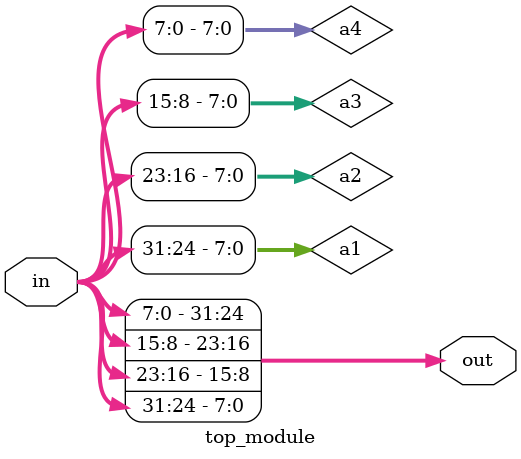
<source format=v>
module top_module( 
    input [31:0] in,
    output [31:0] out );//

    // assign out[31:24] = ...;
wire [7:0]a1=in[31:24];
wire [7:0]a2=in[23:16];
wire [7:0]a3=in[15:8];
wire [7:0]a4=in[7:0];

assign out[31:24] = a4;
assign out[23:16] = a3;
assign out[15:8] = a2;
assign out[7:0] = a1;



endmodule

</source>
